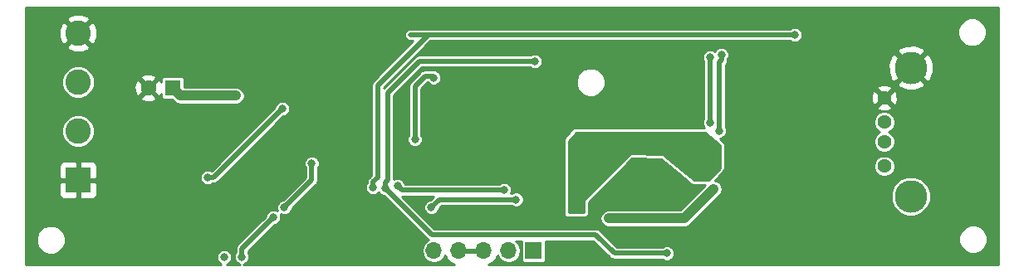
<source format=gbr>
G04 #@! TF.GenerationSoftware,KiCad,Pcbnew,(5.0.0)*
G04 #@! TF.CreationDate,2019-04-15T16:44:06+02:00*
G04 #@! TF.ProjectId,SolarPanelCharger,536F6C617250616E656C436861726765,rev?*
G04 #@! TF.SameCoordinates,Original*
G04 #@! TF.FileFunction,Copper,L2,Bot,Signal*
G04 #@! TF.FilePolarity,Positive*
%FSLAX46Y46*%
G04 Gerber Fmt 4.6, Leading zero omitted, Abs format (unit mm)*
G04 Created by KiCad (PCBNEW (5.0.0)) date 04/15/19 16:44:06*
%MOMM*%
%LPD*%
G01*
G04 APERTURE LIST*
G04 #@! TA.AperFunction,ComponentPad*
%ADD10R,1.600000X1.600000*%
G04 #@! TD*
G04 #@! TA.AperFunction,ComponentPad*
%ADD11C,1.600000*%
G04 #@! TD*
G04 #@! TA.AperFunction,ComponentPad*
%ADD12R,2.600000X2.600000*%
G04 #@! TD*
G04 #@! TA.AperFunction,ComponentPad*
%ADD13C,2.600000*%
G04 #@! TD*
G04 #@! TA.AperFunction,ComponentPad*
%ADD14O,1.700000X1.700000*%
G04 #@! TD*
G04 #@! TA.AperFunction,ComponentPad*
%ADD15R,1.700000X1.700000*%
G04 #@! TD*
G04 #@! TA.AperFunction,ComponentPad*
%ADD16C,3.316000*%
G04 #@! TD*
G04 #@! TA.AperFunction,ComponentPad*
%ADD17C,1.428000*%
G04 #@! TD*
G04 #@! TA.AperFunction,ViaPad*
%ADD18C,0.800000*%
G04 #@! TD*
G04 #@! TA.AperFunction,Conductor*
%ADD19C,1.000000*%
G04 #@! TD*
G04 #@! TA.AperFunction,Conductor*
%ADD20C,0.500000*%
G04 #@! TD*
G04 #@! TA.AperFunction,Conductor*
%ADD21C,0.254000*%
G04 #@! TD*
G04 APERTURE END LIST*
D10*
G04 #@! TO.P,C3,1*
G04 #@! TO.N,/Buck_5V0/BUCK_IN*
X35407600Y-28600400D03*
D11*
G04 #@! TO.P,C3,2*
G04 #@! TO.N,GND*
X32907600Y-28600400D03*
G04 #@! TD*
D12*
G04 #@! TO.P,J1,1*
G04 #@! TO.N,GND*
X25755600Y-37998400D03*
D13*
G04 #@! TO.P,J1,2*
G04 #@! TO.N,Net-(D4-Pad2)*
X25755600Y-32998400D03*
G04 #@! TO.P,J1,3*
G04 #@! TO.N,Net-(D3-Pad2)*
X25755600Y-27998400D03*
G04 #@! TO.P,J1,4*
G04 #@! TO.N,GND*
X25755600Y-22998400D03*
G04 #@! TD*
D14*
G04 #@! TO.P,J2,5*
G04 #@! TO.N,/BatteryCharger/temp*
X62026800Y-45212000D03*
G04 #@! TO.P,J2,4*
G04 #@! TO.N,GND*
X64566800Y-45212000D03*
G04 #@! TO.P,J2,3*
X67106800Y-45212000D03*
G04 #@! TO.P,J2,2*
G04 #@! TO.N,/BOOST_5V0/BOOST_IN*
X69646800Y-45212000D03*
D15*
G04 #@! TO.P,J2,1*
X72186800Y-45212000D03*
G04 #@! TD*
D16*
G04 #@! TO.P,J3,SHELL*
G04 #@! TO.N,N/C*
X110642400Y-39653500D03*
G04 #@! TO.P,J3,SHELL1*
G04 #@! TO.N,GND*
X110642400Y-26513500D03*
D17*
G04 #@! TO.P,J3,3*
G04 #@! TO.N,N/C*
X107932400Y-32083500D03*
G04 #@! TO.P,J3,2*
X107932400Y-34083500D03*
G04 #@! TO.P,J3,4*
G04 #@! TO.N,GND*
X107932400Y-29583500D03*
G04 #@! TO.P,J3,1*
G04 #@! TO.N,Net-(C12-Pad1)*
X107932400Y-36583500D03*
G04 #@! TD*
D18*
G04 #@! TO.N,*
X40640000Y-45872400D03*
G04 #@! TO.N,GND*
X49326800Y-41198800D03*
X49834800Y-40030400D03*
X46888400Y-33934400D03*
X46888400Y-35052000D03*
X46939200Y-36220400D03*
X45466000Y-25146000D03*
X46634400Y-25146000D03*
X47853600Y-25146000D03*
X49123600Y-25146000D03*
X50393600Y-25095200D03*
X41503600Y-39065200D03*
X41554400Y-37947600D03*
X44043600Y-45821600D03*
X45669200Y-45872400D03*
X47294800Y-45872400D03*
X38912800Y-45872400D03*
X58978800Y-44297600D03*
X58978800Y-45516800D03*
X88290400Y-42824400D03*
X89458800Y-42824400D03*
X70713600Y-42519600D03*
X72390000Y-42519600D03*
X74117200Y-42468800D03*
X75793600Y-42468800D03*
X81737200Y-37084000D03*
X81686400Y-38658800D03*
X65887600Y-32359600D03*
X65887600Y-33629600D03*
X65887600Y-34899600D03*
X66141600Y-41300400D03*
X67259200Y-41300400D03*
X66192400Y-42519600D03*
X64973200Y-42519600D03*
X63804800Y-42519600D03*
X54152800Y-30886400D03*
X54152800Y-29514800D03*
X54203600Y-28092400D03*
X54457600Y-38709600D03*
X60096400Y-35458400D03*
G04 #@! TO.N,/Buck_5V0/BUCK_IN*
X41833800Y-29387800D03*
G04 #@! TO.N,/BatteryCharger/VCC*
X70408800Y-39979600D03*
X61772800Y-40792400D03*
X60096400Y-33846400D03*
X61976000Y-27533600D03*
G04 #@! TO.N,/BOOST_5V0/BOOST_OUT*
X90068400Y-34544000D03*
X90017600Y-35610800D03*
X88798400Y-35610800D03*
X88849200Y-33528000D03*
X76504800Y-39319200D03*
X90068400Y-34544000D03*
X76454000Y-40436800D03*
G04 #@! TO.N,Net-(C10-Pad1)*
X91338400Y-25181228D03*
X91135200Y-32955600D03*
G04 #@! TO.N,Net-(C10-Pad2)*
X90170000Y-25450800D03*
X90170000Y-32105600D03*
X90170000Y-32105600D03*
G04 #@! TO.N,/_EN_BAT*
X55829200Y-38760400D03*
X98806000Y-23164800D03*
G04 #@! TO.N,/EN_BAT*
X57048400Y-38811200D03*
X72339200Y-25857200D03*
X85801200Y-45466000D03*
G04 #@! TO.N,Net-(R6-Pad2)*
X46786800Y-40792400D03*
X49580800Y-36271200D03*
G04 #@! TO.N,/Buck_5V0/EN*
X38963600Y-37720400D03*
X38963600Y-37720400D03*
X46583600Y-30683200D03*
G04 #@! TO.N,/LOGIC_SUPPLY*
X45669200Y-41808400D03*
X42442000Y-45821600D03*
G04 #@! TO.N,/BOOST_5V0/BOOST_IN*
X58318400Y-38557200D03*
X69189600Y-39014400D03*
X79857600Y-41910000D03*
X90525600Y-38912800D03*
G04 #@! TD*
D19*
G04 #@! TO.N,/Buck_5V0/BUCK_IN*
X36195000Y-29387800D02*
X35407600Y-28600400D01*
X41833800Y-29387800D02*
X36195000Y-29387800D01*
D20*
G04 #@! TO.N,/BatteryCharger/VCC*
X70408800Y-39979600D02*
X62585600Y-39979600D01*
X62585600Y-39979600D02*
X61772800Y-40792400D01*
X60096400Y-33846400D02*
X60096400Y-33280715D01*
X60096400Y-33280715D02*
X60096400Y-28397200D01*
X60096400Y-28397200D02*
X61112400Y-27381200D01*
X61112400Y-27381200D02*
X61823600Y-27381200D01*
X61823600Y-27381200D02*
X61976000Y-27533600D01*
G04 #@! TO.N,Net-(C10-Pad1)*
X91338400Y-25746913D02*
X91135200Y-25950113D01*
X91338400Y-25181228D02*
X91338400Y-25746913D01*
X91135200Y-25950113D02*
X91135200Y-32955600D01*
G04 #@! TO.N,Net-(C10-Pad2)*
X90170000Y-25450800D02*
X90170000Y-32105600D01*
G04 #@! TO.N,/_EN_BAT*
X55829200Y-38194715D02*
X56286400Y-37737515D01*
X55829200Y-38760400D02*
X55829200Y-38194715D01*
X56286400Y-37737515D02*
X56286400Y-31217238D01*
X56286400Y-31217238D02*
X56286400Y-28295600D01*
X56286400Y-28295600D02*
X61366400Y-23215600D01*
X59639200Y-23164800D02*
X98806000Y-23164800D01*
G04 #@! TO.N,/EN_BAT*
X57048400Y-38245515D02*
X57302400Y-37991515D01*
X57048400Y-38811200D02*
X57048400Y-38245515D01*
X57302400Y-37991515D02*
X57302400Y-29108400D01*
X57302400Y-29108400D02*
X60553600Y-25857200D01*
X60553600Y-25857200D02*
X72339200Y-25857200D01*
X57048400Y-38811200D02*
X61823600Y-43586400D01*
X61823600Y-43586400D02*
X78536800Y-43586400D01*
X78536800Y-43586400D02*
X80416400Y-45466000D01*
X80416400Y-45466000D02*
X85801200Y-45466000D01*
G04 #@! TO.N,Net-(R6-Pad2)*
X46786800Y-40792400D02*
X49580800Y-37998400D01*
X49580800Y-37998400D02*
X49580800Y-36271200D01*
G04 #@! TO.N,/Buck_5V0/EN*
X38963600Y-37720400D02*
X39546400Y-37720400D01*
X39546400Y-37720400D02*
X46583600Y-30683200D01*
G04 #@! TO.N,/LOGIC_SUPPLY*
X42442000Y-45035600D02*
X45669200Y-41808400D01*
X42442000Y-45821600D02*
X42442000Y-45035600D01*
G04 #@! TO.N,/BOOST_5V0/BOOST_IN*
X58318400Y-38557200D02*
X58775600Y-39014400D01*
X68623915Y-39014400D02*
X69189600Y-39014400D01*
X58775600Y-39014400D02*
X68623915Y-39014400D01*
D19*
X79857600Y-41910000D02*
X87528400Y-41910000D01*
X87528400Y-41910000D02*
X90525600Y-38912800D01*
G04 #@! TD*
D21*
G04 #@! TO.N,GND*
G36*
X119594001Y-46594000D02*
X67607287Y-46594000D01*
X67873724Y-46483645D01*
X68301983Y-46093358D01*
X68489045Y-45695037D01*
X68759299Y-46099501D01*
X69166488Y-46371576D01*
X69525561Y-46443000D01*
X69768039Y-46443000D01*
X70127112Y-46371576D01*
X70534301Y-46099501D01*
X70806376Y-45692312D01*
X70901916Y-45212000D01*
X70806376Y-44731688D01*
X70534301Y-44324499D01*
X70374016Y-44217400D01*
X70977099Y-44217400D01*
X70948336Y-44362000D01*
X70948336Y-46062000D01*
X70977906Y-46210659D01*
X71062114Y-46336686D01*
X71188141Y-46420894D01*
X71336800Y-46450464D01*
X73036800Y-46450464D01*
X73185459Y-46420894D01*
X73311486Y-46336686D01*
X73395694Y-46210659D01*
X73425264Y-46062000D01*
X73425264Y-44362000D01*
X73396501Y-44217400D01*
X78275432Y-44217400D01*
X79926267Y-45868235D01*
X79961474Y-45920926D01*
X80121350Y-46027751D01*
X80170196Y-46060389D01*
X80416400Y-46109362D01*
X80478548Y-46097000D01*
X85327699Y-46097000D01*
X85358799Y-46128100D01*
X85645849Y-46247000D01*
X85956551Y-46247000D01*
X86243601Y-46128100D01*
X86463300Y-45908401D01*
X86582200Y-45621351D01*
X86582200Y-45310649D01*
X86463300Y-45023599D01*
X86243601Y-44803900D01*
X85956551Y-44685000D01*
X85645849Y-44685000D01*
X85358799Y-44803900D01*
X85327699Y-44835000D01*
X80677768Y-44835000D01*
X79591779Y-43749011D01*
X115511400Y-43749011D01*
X115511400Y-44338189D01*
X115736868Y-44882519D01*
X116153481Y-45299132D01*
X116697811Y-45524600D01*
X117286989Y-45524600D01*
X117831319Y-45299132D01*
X118247932Y-44882519D01*
X118473400Y-44338189D01*
X118473400Y-43749011D01*
X118247932Y-43204681D01*
X117831319Y-42788068D01*
X117286989Y-42562600D01*
X116697811Y-42562600D01*
X116153481Y-42788068D01*
X115736868Y-43204681D01*
X115511400Y-43749011D01*
X79591779Y-43749011D01*
X79026933Y-43184165D01*
X78991726Y-43131474D01*
X78783004Y-42992011D01*
X78598948Y-42955400D01*
X78536800Y-42943038D01*
X78474652Y-42955400D01*
X62084968Y-42955400D01*
X58785384Y-39655816D01*
X58837746Y-39645400D01*
X62027432Y-39645400D01*
X61661432Y-40011400D01*
X61617449Y-40011400D01*
X61330399Y-40130300D01*
X61110700Y-40349999D01*
X60991800Y-40637049D01*
X60991800Y-40947751D01*
X61110700Y-41234801D01*
X61330399Y-41454500D01*
X61617449Y-41573400D01*
X61928151Y-41573400D01*
X62215201Y-41454500D01*
X62434900Y-41234801D01*
X62553800Y-40947751D01*
X62553800Y-40903768D01*
X62846968Y-40610600D01*
X69935299Y-40610600D01*
X69966399Y-40641700D01*
X70253449Y-40760600D01*
X70564151Y-40760600D01*
X70851201Y-40641700D01*
X71070900Y-40422001D01*
X71189800Y-40134951D01*
X71189800Y-39824249D01*
X71070900Y-39537199D01*
X70851201Y-39317500D01*
X70564151Y-39198600D01*
X70253449Y-39198600D01*
X69966399Y-39317500D01*
X69935299Y-39348600D01*
X69896518Y-39348600D01*
X69970600Y-39169751D01*
X69970600Y-38859049D01*
X69851700Y-38571999D01*
X69632001Y-38352300D01*
X69344951Y-38233400D01*
X69034249Y-38233400D01*
X68747199Y-38352300D01*
X68716099Y-38383400D01*
X59091758Y-38383400D01*
X58980500Y-38114799D01*
X58760801Y-37895100D01*
X58473751Y-37776200D01*
X58163049Y-37776200D01*
X57933400Y-37871324D01*
X57933400Y-33691049D01*
X59315400Y-33691049D01*
X59315400Y-34001751D01*
X59434300Y-34288801D01*
X59653999Y-34508500D01*
X59941049Y-34627400D01*
X60251751Y-34627400D01*
X60538801Y-34508500D01*
X60758500Y-34288801D01*
X60877400Y-34001751D01*
X60877400Y-33934400D01*
X75260200Y-33934400D01*
X75260200Y-41452800D01*
X75289202Y-41598602D01*
X75371792Y-41722208D01*
X75495398Y-41804798D01*
X75641200Y-41833800D01*
X77419200Y-41833800D01*
X77565002Y-41804798D01*
X77688608Y-41722208D01*
X77771198Y-41598602D01*
X77800200Y-41452800D01*
X77800200Y-40239016D01*
X82248103Y-35791113D01*
X85154872Y-35837252D01*
X86980635Y-37326691D01*
X88248544Y-38391734D01*
X88347798Y-38451998D01*
X88493600Y-38481000D01*
X89711478Y-38481000D01*
X87163479Y-41029000D01*
X79770833Y-41029000D01*
X79513851Y-41080117D01*
X79222435Y-41274835D01*
X79027717Y-41566251D01*
X78959341Y-41910000D01*
X79027717Y-42253749D01*
X79222435Y-42545165D01*
X79513851Y-42739883D01*
X79770833Y-42791000D01*
X87441637Y-42791000D01*
X87528400Y-42808258D01*
X87615163Y-42791000D01*
X87615167Y-42791000D01*
X87872149Y-42739883D01*
X88163565Y-42545165D01*
X88212717Y-42471604D01*
X91209914Y-39474408D01*
X91355483Y-39256549D01*
X91357199Y-39247918D01*
X108603400Y-39247918D01*
X108603400Y-40059082D01*
X108913820Y-40808501D01*
X109487399Y-41382080D01*
X110236818Y-41692500D01*
X111047982Y-41692500D01*
X111797401Y-41382080D01*
X112370980Y-40808501D01*
X112681400Y-40059082D01*
X112681400Y-39247918D01*
X112370980Y-38498499D01*
X111797401Y-37924920D01*
X111047982Y-37614500D01*
X110236818Y-37614500D01*
X109487399Y-37924920D01*
X108913820Y-38498499D01*
X108603400Y-39247918D01*
X91357199Y-39247918D01*
X91423859Y-38912800D01*
X91355483Y-38569052D01*
X91160765Y-38277635D01*
X90869348Y-38082917D01*
X90654060Y-38040093D01*
X91562449Y-37093855D01*
X91639598Y-36975802D01*
X91668600Y-36830000D01*
X91668600Y-36365691D01*
X106837400Y-36365691D01*
X106837400Y-36801309D01*
X107004104Y-37203767D01*
X107312133Y-37511796D01*
X107714591Y-37678500D01*
X108150209Y-37678500D01*
X108552667Y-37511796D01*
X108860696Y-37203767D01*
X109027400Y-36801309D01*
X109027400Y-36365691D01*
X108860696Y-35963233D01*
X108552667Y-35655204D01*
X108150209Y-35488500D01*
X107714591Y-35488500D01*
X107312133Y-35655204D01*
X107004104Y-35963233D01*
X106837400Y-36365691D01*
X91668600Y-36365691D01*
X91668600Y-34340800D01*
X91628316Y-34170289D01*
X91537129Y-34052882D01*
X91172188Y-33736600D01*
X91290551Y-33736600D01*
X91577601Y-33617700D01*
X91797300Y-33398001D01*
X91916200Y-33110951D01*
X91916200Y-32800249D01*
X91797300Y-32513199D01*
X91766200Y-32482099D01*
X91766200Y-31865691D01*
X106837400Y-31865691D01*
X106837400Y-32301309D01*
X107004104Y-32703767D01*
X107312133Y-33011796D01*
X107485241Y-33083500D01*
X107312133Y-33155204D01*
X107004104Y-33463233D01*
X106837400Y-33865691D01*
X106837400Y-34301309D01*
X107004104Y-34703767D01*
X107312133Y-35011796D01*
X107714591Y-35178500D01*
X108150209Y-35178500D01*
X108552667Y-35011796D01*
X108860696Y-34703767D01*
X109027400Y-34301309D01*
X109027400Y-33865691D01*
X108860696Y-33463233D01*
X108552667Y-33155204D01*
X108379559Y-33083500D01*
X108552667Y-33011796D01*
X108860696Y-32703767D01*
X109027400Y-32301309D01*
X109027400Y-31865691D01*
X108860696Y-31463233D01*
X108552667Y-31155204D01*
X108150209Y-30988500D01*
X107714591Y-30988500D01*
X107312133Y-31155204D01*
X107004104Y-31463233D01*
X106837400Y-31865691D01*
X91766200Y-31865691D01*
X91766200Y-30528924D01*
X107166581Y-30528924D01*
X107230143Y-30766140D01*
X107736176Y-30944859D01*
X108272083Y-30916323D01*
X108634657Y-30766140D01*
X108698219Y-30528924D01*
X107932400Y-29763105D01*
X107166581Y-30528924D01*
X91766200Y-30528924D01*
X91766200Y-29387276D01*
X106571041Y-29387276D01*
X106599577Y-29923183D01*
X106749760Y-30285757D01*
X106986976Y-30349319D01*
X107752795Y-29583500D01*
X108112005Y-29583500D01*
X108877824Y-30349319D01*
X109115040Y-30285757D01*
X109293759Y-29779724D01*
X109265223Y-29243817D01*
X109115040Y-28881243D01*
X108877824Y-28817681D01*
X108112005Y-29583500D01*
X107752795Y-29583500D01*
X106986976Y-28817681D01*
X106749760Y-28881243D01*
X106571041Y-29387276D01*
X91766200Y-29387276D01*
X91766200Y-28638076D01*
X107166581Y-28638076D01*
X107932400Y-29403895D01*
X108698219Y-28638076D01*
X108634657Y-28400860D01*
X108128624Y-28222141D01*
X107592717Y-28250677D01*
X107230143Y-28400860D01*
X107166581Y-28638076D01*
X91766200Y-28638076D01*
X91766200Y-28141591D01*
X109193914Y-28141591D01*
X109372977Y-28476776D01*
X110220919Y-28813117D01*
X111133028Y-28799363D01*
X111911823Y-28476776D01*
X112090886Y-28141591D01*
X110642400Y-26693105D01*
X109193914Y-28141591D01*
X91766200Y-28141591D01*
X91766200Y-26219964D01*
X91793326Y-26201839D01*
X91866705Y-26092019D01*
X108342783Y-26092019D01*
X108356537Y-27004128D01*
X108679124Y-27782923D01*
X109014309Y-27961986D01*
X110462795Y-26513500D01*
X110822005Y-26513500D01*
X112270491Y-27961986D01*
X112605676Y-27782923D01*
X112942017Y-26934981D01*
X112928263Y-26022872D01*
X112605676Y-25244077D01*
X112270491Y-25065014D01*
X110822005Y-26513500D01*
X110462795Y-26513500D01*
X109014309Y-25065014D01*
X108679124Y-25244077D01*
X108342783Y-26092019D01*
X91866705Y-26092019D01*
X91932789Y-25993117D01*
X91969400Y-25809061D01*
X91969400Y-25809060D01*
X91981762Y-25746914D01*
X91969400Y-25684767D01*
X91969400Y-25654729D01*
X92000500Y-25623629D01*
X92119400Y-25336579D01*
X92119400Y-25025877D01*
X92061217Y-24885409D01*
X109193914Y-24885409D01*
X110642400Y-26333895D01*
X112090886Y-24885409D01*
X111911823Y-24550224D01*
X111063881Y-24213883D01*
X110151772Y-24227637D01*
X109372977Y-24550224D01*
X109193914Y-24885409D01*
X92061217Y-24885409D01*
X92000500Y-24738827D01*
X91780801Y-24519128D01*
X91493751Y-24400228D01*
X91183049Y-24400228D01*
X90895999Y-24519128D01*
X90676300Y-24738827D01*
X90642977Y-24819276D01*
X90612401Y-24788700D01*
X90325351Y-24669800D01*
X90014649Y-24669800D01*
X89727599Y-24788700D01*
X89507900Y-25008399D01*
X89389000Y-25295449D01*
X89389000Y-25606151D01*
X89507900Y-25893201D01*
X89539000Y-25924301D01*
X89539001Y-31632098D01*
X89507900Y-31663199D01*
X89389000Y-31950249D01*
X89389000Y-32260951D01*
X89507900Y-32548001D01*
X89598899Y-32639000D01*
X76454000Y-32639000D01*
X76287779Y-32677171D01*
X76169237Y-32766877D01*
X75356437Y-33681277D01*
X75289202Y-33788598D01*
X75260200Y-33934400D01*
X60877400Y-33934400D01*
X60877400Y-33691049D01*
X60758500Y-33403999D01*
X60727400Y-33372899D01*
X60727400Y-28658568D01*
X61361934Y-28024035D01*
X61533599Y-28195700D01*
X61820649Y-28314600D01*
X62131351Y-28314600D01*
X62418401Y-28195700D01*
X62638100Y-27976001D01*
X62750182Y-27705411D01*
X76519000Y-27705411D01*
X76519000Y-28294589D01*
X76744468Y-28838919D01*
X77161081Y-29255532D01*
X77705411Y-29481000D01*
X78294589Y-29481000D01*
X78838919Y-29255532D01*
X79255532Y-28838919D01*
X79481000Y-28294589D01*
X79481000Y-27705411D01*
X79255532Y-27161081D01*
X78838919Y-26744468D01*
X78294589Y-26519000D01*
X77705411Y-26519000D01*
X77161081Y-26744468D01*
X76744468Y-27161081D01*
X76519000Y-27705411D01*
X62750182Y-27705411D01*
X62757000Y-27688951D01*
X62757000Y-27378249D01*
X62638100Y-27091199D01*
X62418401Y-26871500D01*
X62131351Y-26752600D01*
X61897814Y-26752600D01*
X61885748Y-26750200D01*
X61823600Y-26737838D01*
X61761452Y-26750200D01*
X61174548Y-26750200D01*
X61112400Y-26737838D01*
X61050252Y-26750200D01*
X60866196Y-26786811D01*
X60657474Y-26926274D01*
X60622269Y-26978962D01*
X59694162Y-27907070D01*
X59641475Y-27942274D01*
X59606271Y-27994961D01*
X59502011Y-28150997D01*
X59453038Y-28397200D01*
X59465401Y-28459353D01*
X59465400Y-33218567D01*
X59465400Y-33372899D01*
X59434300Y-33403999D01*
X59315400Y-33691049D01*
X57933400Y-33691049D01*
X57933400Y-29369768D01*
X60814969Y-26488200D01*
X71865699Y-26488200D01*
X71896799Y-26519300D01*
X72183849Y-26638200D01*
X72494551Y-26638200D01*
X72781601Y-26519300D01*
X73001300Y-26299601D01*
X73120200Y-26012551D01*
X73120200Y-25701849D01*
X73001300Y-25414799D01*
X72781601Y-25195100D01*
X72494551Y-25076200D01*
X72183849Y-25076200D01*
X71896799Y-25195100D01*
X71865699Y-25226200D01*
X60615746Y-25226200D01*
X60553599Y-25213838D01*
X60491452Y-25226200D01*
X60307396Y-25262811D01*
X60098674Y-25402274D01*
X60063469Y-25454962D01*
X56917400Y-28601032D01*
X56917400Y-28556968D01*
X61678569Y-23795800D01*
X98332499Y-23795800D01*
X98363599Y-23826900D01*
X98650649Y-23945800D01*
X98961351Y-23945800D01*
X99248401Y-23826900D01*
X99468100Y-23607201D01*
X99587000Y-23320151D01*
X99587000Y-23009449D01*
X99468100Y-22722399D01*
X99361912Y-22616211D01*
X115409800Y-22616211D01*
X115409800Y-23205389D01*
X115635268Y-23749719D01*
X116051881Y-24166332D01*
X116596211Y-24391800D01*
X117185389Y-24391800D01*
X117729719Y-24166332D01*
X118146332Y-23749719D01*
X118371800Y-23205389D01*
X118371800Y-22616211D01*
X118146332Y-22071881D01*
X117729719Y-21655268D01*
X117185389Y-21429800D01*
X116596211Y-21429800D01*
X116051881Y-21655268D01*
X115635268Y-22071881D01*
X115409800Y-22616211D01*
X99361912Y-22616211D01*
X99248401Y-22502700D01*
X98961351Y-22383800D01*
X98650649Y-22383800D01*
X98363599Y-22502700D01*
X98332499Y-22533800D01*
X59577052Y-22533800D01*
X59392996Y-22570411D01*
X59184274Y-22709874D01*
X59044811Y-22918596D01*
X58995838Y-23164800D01*
X59044811Y-23411004D01*
X59184274Y-23619726D01*
X59392996Y-23759189D01*
X59577052Y-23795800D01*
X59893831Y-23795800D01*
X55884162Y-27805469D01*
X55831475Y-27840674D01*
X55796271Y-27893361D01*
X55692011Y-28049397D01*
X55643038Y-28295600D01*
X55655401Y-28357753D01*
X55655400Y-31279385D01*
X55655401Y-31279390D01*
X55655400Y-37476146D01*
X55426962Y-37704585D01*
X55374275Y-37739789D01*
X55234811Y-37948511D01*
X55201734Y-38114799D01*
X55185838Y-38194715D01*
X55198200Y-38256863D01*
X55198200Y-38286899D01*
X55167100Y-38317999D01*
X55048200Y-38605049D01*
X55048200Y-38915751D01*
X55167100Y-39202801D01*
X55386799Y-39422500D01*
X55673849Y-39541400D01*
X55984551Y-39541400D01*
X56271601Y-39422500D01*
X56413400Y-39280701D01*
X56605999Y-39473300D01*
X56893049Y-39592200D01*
X56937032Y-39592200D01*
X61333467Y-43988635D01*
X61368674Y-44041326D01*
X61465886Y-44106281D01*
X61139299Y-44324499D01*
X60867224Y-44731688D01*
X60771684Y-45212000D01*
X60867224Y-45692312D01*
X61139299Y-46099501D01*
X61546488Y-46371576D01*
X61905561Y-46443000D01*
X62148039Y-46443000D01*
X62507112Y-46371576D01*
X62914301Y-46099501D01*
X63184555Y-45695037D01*
X63371617Y-46093358D01*
X63799876Y-46483645D01*
X64066313Y-46594000D01*
X42618113Y-46594000D01*
X42884401Y-46483700D01*
X43104100Y-46264001D01*
X43223000Y-45976951D01*
X43223000Y-45666249D01*
X43104100Y-45379199D01*
X43073000Y-45348099D01*
X43073000Y-45296968D01*
X45780569Y-42589400D01*
X45824551Y-42589400D01*
X46111601Y-42470500D01*
X46331300Y-42250801D01*
X46450200Y-41963751D01*
X46450200Y-41653049D01*
X46372838Y-41466280D01*
X46631449Y-41573400D01*
X46942151Y-41573400D01*
X47229201Y-41454500D01*
X47448900Y-41234801D01*
X47567800Y-40947751D01*
X47567800Y-40903768D01*
X49983036Y-38488532D01*
X50035726Y-38453326D01*
X50175189Y-38244604D01*
X50211800Y-38060548D01*
X50211800Y-38060547D01*
X50224162Y-37998400D01*
X50211800Y-37936252D01*
X50211800Y-36744701D01*
X50242900Y-36713601D01*
X50361800Y-36426551D01*
X50361800Y-36115849D01*
X50242900Y-35828799D01*
X50023201Y-35609100D01*
X49736151Y-35490200D01*
X49425449Y-35490200D01*
X49138399Y-35609100D01*
X48918700Y-35828799D01*
X48799800Y-36115849D01*
X48799800Y-36426551D01*
X48918700Y-36713601D01*
X48949801Y-36744702D01*
X48949800Y-37737032D01*
X46675432Y-40011400D01*
X46631449Y-40011400D01*
X46344399Y-40130300D01*
X46124700Y-40349999D01*
X46005800Y-40637049D01*
X46005800Y-40947751D01*
X46083162Y-41134520D01*
X45824551Y-41027400D01*
X45513849Y-41027400D01*
X45226799Y-41146300D01*
X45007100Y-41365999D01*
X44888200Y-41653049D01*
X44888200Y-41697031D01*
X42039762Y-44545470D01*
X41987075Y-44580674D01*
X41951871Y-44633361D01*
X41847611Y-44789397D01*
X41798638Y-45035600D01*
X41811000Y-45097748D01*
X41811000Y-45348099D01*
X41779900Y-45379199D01*
X41661000Y-45666249D01*
X41661000Y-45976951D01*
X41779900Y-46264001D01*
X41999599Y-46483700D01*
X42265887Y-46594000D01*
X40938755Y-46594000D01*
X41082401Y-46534500D01*
X41302100Y-46314801D01*
X41421000Y-46027751D01*
X41421000Y-45717049D01*
X41302100Y-45429999D01*
X41082401Y-45210300D01*
X40795351Y-45091400D01*
X40484649Y-45091400D01*
X40197599Y-45210300D01*
X39977900Y-45429999D01*
X39859000Y-45717049D01*
X39859000Y-46027751D01*
X39977900Y-46314801D01*
X40197599Y-46534500D01*
X40341245Y-46594000D01*
X20406000Y-46594000D01*
X20406000Y-43799811D01*
X21480600Y-43799811D01*
X21480600Y-44388989D01*
X21706068Y-44933319D01*
X22122681Y-45349932D01*
X22667011Y-45575400D01*
X23256189Y-45575400D01*
X23800519Y-45349932D01*
X24217132Y-44933319D01*
X24442600Y-44388989D01*
X24442600Y-43799811D01*
X24217132Y-43255481D01*
X23800519Y-42838868D01*
X23256189Y-42613400D01*
X22667011Y-42613400D01*
X22122681Y-42838868D01*
X21706068Y-43255481D01*
X21480600Y-43799811D01*
X20406000Y-43799811D01*
X20406000Y-38284150D01*
X23820600Y-38284150D01*
X23820600Y-39424709D01*
X23917273Y-39658098D01*
X24095901Y-39836727D01*
X24329290Y-39933400D01*
X25469850Y-39933400D01*
X25628600Y-39774650D01*
X25628600Y-38125400D01*
X25882600Y-38125400D01*
X25882600Y-39774650D01*
X26041350Y-39933400D01*
X27181910Y-39933400D01*
X27415299Y-39836727D01*
X27593927Y-39658098D01*
X27690600Y-39424709D01*
X27690600Y-38284150D01*
X27531850Y-38125400D01*
X25882600Y-38125400D01*
X25628600Y-38125400D01*
X23979350Y-38125400D01*
X23820600Y-38284150D01*
X20406000Y-38284150D01*
X20406000Y-36572091D01*
X23820600Y-36572091D01*
X23820600Y-37712650D01*
X23979350Y-37871400D01*
X25628600Y-37871400D01*
X25628600Y-36222150D01*
X25882600Y-36222150D01*
X25882600Y-37871400D01*
X27531850Y-37871400D01*
X27690600Y-37712650D01*
X27690600Y-37565049D01*
X38182600Y-37565049D01*
X38182600Y-37875751D01*
X38301500Y-38162801D01*
X38521199Y-38382500D01*
X38808249Y-38501400D01*
X39118951Y-38501400D01*
X39406001Y-38382500D01*
X39437101Y-38351400D01*
X39484252Y-38351400D01*
X39546400Y-38363762D01*
X39608548Y-38351400D01*
X39792604Y-38314789D01*
X40001326Y-38175326D01*
X40036533Y-38122635D01*
X46694968Y-31464200D01*
X46738951Y-31464200D01*
X47026001Y-31345300D01*
X47245700Y-31125601D01*
X47364600Y-30838551D01*
X47364600Y-30527849D01*
X47245700Y-30240799D01*
X47026001Y-30021100D01*
X46738951Y-29902200D01*
X46428249Y-29902200D01*
X46141199Y-30021100D01*
X45921500Y-30240799D01*
X45802600Y-30527849D01*
X45802600Y-30571832D01*
X39342454Y-37031978D01*
X39118951Y-36939400D01*
X38808249Y-36939400D01*
X38521199Y-37058300D01*
X38301500Y-37277999D01*
X38182600Y-37565049D01*
X27690600Y-37565049D01*
X27690600Y-36572091D01*
X27593927Y-36338702D01*
X27415299Y-36160073D01*
X27181910Y-36063400D01*
X26041350Y-36063400D01*
X25882600Y-36222150D01*
X25628600Y-36222150D01*
X25469850Y-36063400D01*
X24329290Y-36063400D01*
X24095901Y-36160073D01*
X23917273Y-36338702D01*
X23820600Y-36572091D01*
X20406000Y-36572091D01*
X20406000Y-32664028D01*
X24074600Y-32664028D01*
X24074600Y-33332772D01*
X24330517Y-33950610D01*
X24803390Y-34423483D01*
X25421228Y-34679400D01*
X26089972Y-34679400D01*
X26707810Y-34423483D01*
X27180683Y-33950610D01*
X27436600Y-33332772D01*
X27436600Y-32664028D01*
X27180683Y-32046190D01*
X26707810Y-31573317D01*
X26089972Y-31317400D01*
X25421228Y-31317400D01*
X24803390Y-31573317D01*
X24330517Y-32046190D01*
X24074600Y-32664028D01*
X20406000Y-32664028D01*
X20406000Y-27664028D01*
X24074600Y-27664028D01*
X24074600Y-28332772D01*
X24330517Y-28950610D01*
X24803390Y-29423483D01*
X25421228Y-29679400D01*
X26089972Y-29679400D01*
X26261996Y-29608145D01*
X32079461Y-29608145D01*
X32153595Y-29854264D01*
X32690823Y-30047365D01*
X33261054Y-30020178D01*
X33661605Y-29854264D01*
X33735739Y-29608145D01*
X32907600Y-28780005D01*
X32079461Y-29608145D01*
X26261996Y-29608145D01*
X26707810Y-29423483D01*
X27180683Y-28950610D01*
X27415536Y-28383623D01*
X31460635Y-28383623D01*
X31487822Y-28953854D01*
X31653736Y-29354405D01*
X31899855Y-29428539D01*
X32727995Y-28600400D01*
X33087205Y-28600400D01*
X33915345Y-29428539D01*
X34161464Y-29354405D01*
X34219136Y-29193955D01*
X34219136Y-29400400D01*
X34248706Y-29549059D01*
X34332914Y-29675086D01*
X34458941Y-29759294D01*
X34607600Y-29788864D01*
X35350142Y-29788864D01*
X35510685Y-29949407D01*
X35559835Y-30022965D01*
X35851251Y-30217683D01*
X35904501Y-30228275D01*
X36195000Y-30286059D01*
X36281767Y-30268800D01*
X41920567Y-30268800D01*
X42177549Y-30217683D01*
X42468965Y-30022965D01*
X42663683Y-29731549D01*
X42732059Y-29387800D01*
X42663683Y-29044051D01*
X42468965Y-28752635D01*
X42177549Y-28557917D01*
X41920567Y-28506800D01*
X36596064Y-28506800D01*
X36596064Y-27800400D01*
X36566494Y-27651741D01*
X36482286Y-27525714D01*
X36356259Y-27441506D01*
X36207600Y-27411936D01*
X34607600Y-27411936D01*
X34458941Y-27441506D01*
X34332914Y-27525714D01*
X34248706Y-27651741D01*
X34219136Y-27800400D01*
X34219136Y-27985627D01*
X34161464Y-27846395D01*
X33915345Y-27772261D01*
X33087205Y-28600400D01*
X32727995Y-28600400D01*
X31899855Y-27772261D01*
X31653736Y-27846395D01*
X31460635Y-28383623D01*
X27415536Y-28383623D01*
X27436600Y-28332772D01*
X27436600Y-27664028D01*
X27407037Y-27592655D01*
X32079461Y-27592655D01*
X32907600Y-28420795D01*
X33735739Y-27592655D01*
X33661605Y-27346536D01*
X33124377Y-27153435D01*
X32554146Y-27180622D01*
X32153595Y-27346536D01*
X32079461Y-27592655D01*
X27407037Y-27592655D01*
X27180683Y-27046190D01*
X26707810Y-26573317D01*
X26089972Y-26317400D01*
X25421228Y-26317400D01*
X24803390Y-26573317D01*
X24330517Y-27046190D01*
X24074600Y-27664028D01*
X20406000Y-27664028D01*
X20406000Y-24367859D01*
X24565746Y-24367859D01*
X24701104Y-24665855D01*
X25419480Y-24942466D01*
X26189027Y-24923110D01*
X26810096Y-24665855D01*
X26945454Y-24367859D01*
X25755600Y-23178005D01*
X24565746Y-24367859D01*
X20406000Y-24367859D01*
X20406000Y-22662280D01*
X23811534Y-22662280D01*
X23830890Y-23431827D01*
X24088145Y-24052896D01*
X24386141Y-24188254D01*
X25575995Y-22998400D01*
X25935205Y-22998400D01*
X27125059Y-24188254D01*
X27423055Y-24052896D01*
X27699666Y-23334520D01*
X27680310Y-22564973D01*
X27423055Y-21943904D01*
X27125059Y-21808546D01*
X25935205Y-22998400D01*
X25575995Y-22998400D01*
X24386141Y-21808546D01*
X24088145Y-21943904D01*
X23811534Y-22662280D01*
X20406000Y-22662280D01*
X20406000Y-21628941D01*
X24565746Y-21628941D01*
X25755600Y-22818795D01*
X26945454Y-21628941D01*
X26810096Y-21330945D01*
X26091720Y-21054334D01*
X25322173Y-21073690D01*
X24701104Y-21330945D01*
X24565746Y-21628941D01*
X20406000Y-21628941D01*
X20406000Y-20406000D01*
X119594000Y-20406000D01*
X119594001Y-46594000D01*
X119594001Y-46594000D01*
G37*
X119594001Y-46594000D02*
X67607287Y-46594000D01*
X67873724Y-46483645D01*
X68301983Y-46093358D01*
X68489045Y-45695037D01*
X68759299Y-46099501D01*
X69166488Y-46371576D01*
X69525561Y-46443000D01*
X69768039Y-46443000D01*
X70127112Y-46371576D01*
X70534301Y-46099501D01*
X70806376Y-45692312D01*
X70901916Y-45212000D01*
X70806376Y-44731688D01*
X70534301Y-44324499D01*
X70374016Y-44217400D01*
X70977099Y-44217400D01*
X70948336Y-44362000D01*
X70948336Y-46062000D01*
X70977906Y-46210659D01*
X71062114Y-46336686D01*
X71188141Y-46420894D01*
X71336800Y-46450464D01*
X73036800Y-46450464D01*
X73185459Y-46420894D01*
X73311486Y-46336686D01*
X73395694Y-46210659D01*
X73425264Y-46062000D01*
X73425264Y-44362000D01*
X73396501Y-44217400D01*
X78275432Y-44217400D01*
X79926267Y-45868235D01*
X79961474Y-45920926D01*
X80121350Y-46027751D01*
X80170196Y-46060389D01*
X80416400Y-46109362D01*
X80478548Y-46097000D01*
X85327699Y-46097000D01*
X85358799Y-46128100D01*
X85645849Y-46247000D01*
X85956551Y-46247000D01*
X86243601Y-46128100D01*
X86463300Y-45908401D01*
X86582200Y-45621351D01*
X86582200Y-45310649D01*
X86463300Y-45023599D01*
X86243601Y-44803900D01*
X85956551Y-44685000D01*
X85645849Y-44685000D01*
X85358799Y-44803900D01*
X85327699Y-44835000D01*
X80677768Y-44835000D01*
X79591779Y-43749011D01*
X115511400Y-43749011D01*
X115511400Y-44338189D01*
X115736868Y-44882519D01*
X116153481Y-45299132D01*
X116697811Y-45524600D01*
X117286989Y-45524600D01*
X117831319Y-45299132D01*
X118247932Y-44882519D01*
X118473400Y-44338189D01*
X118473400Y-43749011D01*
X118247932Y-43204681D01*
X117831319Y-42788068D01*
X117286989Y-42562600D01*
X116697811Y-42562600D01*
X116153481Y-42788068D01*
X115736868Y-43204681D01*
X115511400Y-43749011D01*
X79591779Y-43749011D01*
X79026933Y-43184165D01*
X78991726Y-43131474D01*
X78783004Y-42992011D01*
X78598948Y-42955400D01*
X78536800Y-42943038D01*
X78474652Y-42955400D01*
X62084968Y-42955400D01*
X58785384Y-39655816D01*
X58837746Y-39645400D01*
X62027432Y-39645400D01*
X61661432Y-40011400D01*
X61617449Y-40011400D01*
X61330399Y-40130300D01*
X61110700Y-40349999D01*
X60991800Y-40637049D01*
X60991800Y-40947751D01*
X61110700Y-41234801D01*
X61330399Y-41454500D01*
X61617449Y-41573400D01*
X61928151Y-41573400D01*
X62215201Y-41454500D01*
X62434900Y-41234801D01*
X62553800Y-40947751D01*
X62553800Y-40903768D01*
X62846968Y-40610600D01*
X69935299Y-40610600D01*
X69966399Y-40641700D01*
X70253449Y-40760600D01*
X70564151Y-40760600D01*
X70851201Y-40641700D01*
X71070900Y-40422001D01*
X71189800Y-40134951D01*
X71189800Y-39824249D01*
X71070900Y-39537199D01*
X70851201Y-39317500D01*
X70564151Y-39198600D01*
X70253449Y-39198600D01*
X69966399Y-39317500D01*
X69935299Y-39348600D01*
X69896518Y-39348600D01*
X69970600Y-39169751D01*
X69970600Y-38859049D01*
X69851700Y-38571999D01*
X69632001Y-38352300D01*
X69344951Y-38233400D01*
X69034249Y-38233400D01*
X68747199Y-38352300D01*
X68716099Y-38383400D01*
X59091758Y-38383400D01*
X58980500Y-38114799D01*
X58760801Y-37895100D01*
X58473751Y-37776200D01*
X58163049Y-37776200D01*
X57933400Y-37871324D01*
X57933400Y-33691049D01*
X59315400Y-33691049D01*
X59315400Y-34001751D01*
X59434300Y-34288801D01*
X59653999Y-34508500D01*
X59941049Y-34627400D01*
X60251751Y-34627400D01*
X60538801Y-34508500D01*
X60758500Y-34288801D01*
X60877400Y-34001751D01*
X60877400Y-33934400D01*
X75260200Y-33934400D01*
X75260200Y-41452800D01*
X75289202Y-41598602D01*
X75371792Y-41722208D01*
X75495398Y-41804798D01*
X75641200Y-41833800D01*
X77419200Y-41833800D01*
X77565002Y-41804798D01*
X77688608Y-41722208D01*
X77771198Y-41598602D01*
X77800200Y-41452800D01*
X77800200Y-40239016D01*
X82248103Y-35791113D01*
X85154872Y-35837252D01*
X86980635Y-37326691D01*
X88248544Y-38391734D01*
X88347798Y-38451998D01*
X88493600Y-38481000D01*
X89711478Y-38481000D01*
X87163479Y-41029000D01*
X79770833Y-41029000D01*
X79513851Y-41080117D01*
X79222435Y-41274835D01*
X79027717Y-41566251D01*
X78959341Y-41910000D01*
X79027717Y-42253749D01*
X79222435Y-42545165D01*
X79513851Y-42739883D01*
X79770833Y-42791000D01*
X87441637Y-42791000D01*
X87528400Y-42808258D01*
X87615163Y-42791000D01*
X87615167Y-42791000D01*
X87872149Y-42739883D01*
X88163565Y-42545165D01*
X88212717Y-42471604D01*
X91209914Y-39474408D01*
X91355483Y-39256549D01*
X91357199Y-39247918D01*
X108603400Y-39247918D01*
X108603400Y-40059082D01*
X108913820Y-40808501D01*
X109487399Y-41382080D01*
X110236818Y-41692500D01*
X111047982Y-41692500D01*
X111797401Y-41382080D01*
X112370980Y-40808501D01*
X112681400Y-40059082D01*
X112681400Y-39247918D01*
X112370980Y-38498499D01*
X111797401Y-37924920D01*
X111047982Y-37614500D01*
X110236818Y-37614500D01*
X109487399Y-37924920D01*
X108913820Y-38498499D01*
X108603400Y-39247918D01*
X91357199Y-39247918D01*
X91423859Y-38912800D01*
X91355483Y-38569052D01*
X91160765Y-38277635D01*
X90869348Y-38082917D01*
X90654060Y-38040093D01*
X91562449Y-37093855D01*
X91639598Y-36975802D01*
X91668600Y-36830000D01*
X91668600Y-36365691D01*
X106837400Y-36365691D01*
X106837400Y-36801309D01*
X107004104Y-37203767D01*
X107312133Y-37511796D01*
X107714591Y-37678500D01*
X108150209Y-37678500D01*
X108552667Y-37511796D01*
X108860696Y-37203767D01*
X109027400Y-36801309D01*
X109027400Y-36365691D01*
X108860696Y-35963233D01*
X108552667Y-35655204D01*
X108150209Y-35488500D01*
X107714591Y-35488500D01*
X107312133Y-35655204D01*
X107004104Y-35963233D01*
X106837400Y-36365691D01*
X91668600Y-36365691D01*
X91668600Y-34340800D01*
X91628316Y-34170289D01*
X91537129Y-34052882D01*
X91172188Y-33736600D01*
X91290551Y-33736600D01*
X91577601Y-33617700D01*
X91797300Y-33398001D01*
X91916200Y-33110951D01*
X91916200Y-32800249D01*
X91797300Y-32513199D01*
X91766200Y-32482099D01*
X91766200Y-31865691D01*
X106837400Y-31865691D01*
X106837400Y-32301309D01*
X107004104Y-32703767D01*
X107312133Y-33011796D01*
X107485241Y-33083500D01*
X107312133Y-33155204D01*
X107004104Y-33463233D01*
X106837400Y-33865691D01*
X106837400Y-34301309D01*
X107004104Y-34703767D01*
X107312133Y-35011796D01*
X107714591Y-35178500D01*
X108150209Y-35178500D01*
X108552667Y-35011796D01*
X108860696Y-34703767D01*
X109027400Y-34301309D01*
X109027400Y-33865691D01*
X108860696Y-33463233D01*
X108552667Y-33155204D01*
X108379559Y-33083500D01*
X108552667Y-33011796D01*
X108860696Y-32703767D01*
X109027400Y-32301309D01*
X109027400Y-31865691D01*
X108860696Y-31463233D01*
X108552667Y-31155204D01*
X108150209Y-30988500D01*
X107714591Y-30988500D01*
X107312133Y-31155204D01*
X107004104Y-31463233D01*
X106837400Y-31865691D01*
X91766200Y-31865691D01*
X91766200Y-30528924D01*
X107166581Y-30528924D01*
X107230143Y-30766140D01*
X107736176Y-30944859D01*
X108272083Y-30916323D01*
X108634657Y-30766140D01*
X108698219Y-30528924D01*
X107932400Y-29763105D01*
X107166581Y-30528924D01*
X91766200Y-30528924D01*
X91766200Y-29387276D01*
X106571041Y-29387276D01*
X106599577Y-29923183D01*
X106749760Y-30285757D01*
X106986976Y-30349319D01*
X107752795Y-29583500D01*
X108112005Y-29583500D01*
X108877824Y-30349319D01*
X109115040Y-30285757D01*
X109293759Y-29779724D01*
X109265223Y-29243817D01*
X109115040Y-28881243D01*
X108877824Y-28817681D01*
X108112005Y-29583500D01*
X107752795Y-29583500D01*
X106986976Y-28817681D01*
X106749760Y-28881243D01*
X106571041Y-29387276D01*
X91766200Y-29387276D01*
X91766200Y-28638076D01*
X107166581Y-28638076D01*
X107932400Y-29403895D01*
X108698219Y-28638076D01*
X108634657Y-28400860D01*
X108128624Y-28222141D01*
X107592717Y-28250677D01*
X107230143Y-28400860D01*
X107166581Y-28638076D01*
X91766200Y-28638076D01*
X91766200Y-28141591D01*
X109193914Y-28141591D01*
X109372977Y-28476776D01*
X110220919Y-28813117D01*
X111133028Y-28799363D01*
X111911823Y-28476776D01*
X112090886Y-28141591D01*
X110642400Y-26693105D01*
X109193914Y-28141591D01*
X91766200Y-28141591D01*
X91766200Y-26219964D01*
X91793326Y-26201839D01*
X91866705Y-26092019D01*
X108342783Y-26092019D01*
X108356537Y-27004128D01*
X108679124Y-27782923D01*
X109014309Y-27961986D01*
X110462795Y-26513500D01*
X110822005Y-26513500D01*
X112270491Y-27961986D01*
X112605676Y-27782923D01*
X112942017Y-26934981D01*
X112928263Y-26022872D01*
X112605676Y-25244077D01*
X112270491Y-25065014D01*
X110822005Y-26513500D01*
X110462795Y-26513500D01*
X109014309Y-25065014D01*
X108679124Y-25244077D01*
X108342783Y-26092019D01*
X91866705Y-26092019D01*
X91932789Y-25993117D01*
X91969400Y-25809061D01*
X91969400Y-25809060D01*
X91981762Y-25746914D01*
X91969400Y-25684767D01*
X91969400Y-25654729D01*
X92000500Y-25623629D01*
X92119400Y-25336579D01*
X92119400Y-25025877D01*
X92061217Y-24885409D01*
X109193914Y-24885409D01*
X110642400Y-26333895D01*
X112090886Y-24885409D01*
X111911823Y-24550224D01*
X111063881Y-24213883D01*
X110151772Y-24227637D01*
X109372977Y-24550224D01*
X109193914Y-24885409D01*
X92061217Y-24885409D01*
X92000500Y-24738827D01*
X91780801Y-24519128D01*
X91493751Y-24400228D01*
X91183049Y-24400228D01*
X90895999Y-24519128D01*
X90676300Y-24738827D01*
X90642977Y-24819276D01*
X90612401Y-24788700D01*
X90325351Y-24669800D01*
X90014649Y-24669800D01*
X89727599Y-24788700D01*
X89507900Y-25008399D01*
X89389000Y-25295449D01*
X89389000Y-25606151D01*
X89507900Y-25893201D01*
X89539000Y-25924301D01*
X89539001Y-31632098D01*
X89507900Y-31663199D01*
X89389000Y-31950249D01*
X89389000Y-32260951D01*
X89507900Y-32548001D01*
X89598899Y-32639000D01*
X76454000Y-32639000D01*
X76287779Y-32677171D01*
X76169237Y-32766877D01*
X75356437Y-33681277D01*
X75289202Y-33788598D01*
X75260200Y-33934400D01*
X60877400Y-33934400D01*
X60877400Y-33691049D01*
X60758500Y-33403999D01*
X60727400Y-33372899D01*
X60727400Y-28658568D01*
X61361934Y-28024035D01*
X61533599Y-28195700D01*
X61820649Y-28314600D01*
X62131351Y-28314600D01*
X62418401Y-28195700D01*
X62638100Y-27976001D01*
X62750182Y-27705411D01*
X76519000Y-27705411D01*
X76519000Y-28294589D01*
X76744468Y-28838919D01*
X77161081Y-29255532D01*
X77705411Y-29481000D01*
X78294589Y-29481000D01*
X78838919Y-29255532D01*
X79255532Y-28838919D01*
X79481000Y-28294589D01*
X79481000Y-27705411D01*
X79255532Y-27161081D01*
X78838919Y-26744468D01*
X78294589Y-26519000D01*
X77705411Y-26519000D01*
X77161081Y-26744468D01*
X76744468Y-27161081D01*
X76519000Y-27705411D01*
X62750182Y-27705411D01*
X62757000Y-27688951D01*
X62757000Y-27378249D01*
X62638100Y-27091199D01*
X62418401Y-26871500D01*
X62131351Y-26752600D01*
X61897814Y-26752600D01*
X61885748Y-26750200D01*
X61823600Y-26737838D01*
X61761452Y-26750200D01*
X61174548Y-26750200D01*
X61112400Y-26737838D01*
X61050252Y-26750200D01*
X60866196Y-26786811D01*
X60657474Y-26926274D01*
X60622269Y-26978962D01*
X59694162Y-27907070D01*
X59641475Y-27942274D01*
X59606271Y-27994961D01*
X59502011Y-28150997D01*
X59453038Y-28397200D01*
X59465401Y-28459353D01*
X59465400Y-33218567D01*
X59465400Y-33372899D01*
X59434300Y-33403999D01*
X59315400Y-33691049D01*
X57933400Y-33691049D01*
X57933400Y-29369768D01*
X60814969Y-26488200D01*
X71865699Y-26488200D01*
X71896799Y-26519300D01*
X72183849Y-26638200D01*
X72494551Y-26638200D01*
X72781601Y-26519300D01*
X73001300Y-26299601D01*
X73120200Y-26012551D01*
X73120200Y-25701849D01*
X73001300Y-25414799D01*
X72781601Y-25195100D01*
X72494551Y-25076200D01*
X72183849Y-25076200D01*
X71896799Y-25195100D01*
X71865699Y-25226200D01*
X60615746Y-25226200D01*
X60553599Y-25213838D01*
X60491452Y-25226200D01*
X60307396Y-25262811D01*
X60098674Y-25402274D01*
X60063469Y-25454962D01*
X56917400Y-28601032D01*
X56917400Y-28556968D01*
X61678569Y-23795800D01*
X98332499Y-23795800D01*
X98363599Y-23826900D01*
X98650649Y-23945800D01*
X98961351Y-23945800D01*
X99248401Y-23826900D01*
X99468100Y-23607201D01*
X99587000Y-23320151D01*
X99587000Y-23009449D01*
X99468100Y-22722399D01*
X99361912Y-22616211D01*
X115409800Y-22616211D01*
X115409800Y-23205389D01*
X115635268Y-23749719D01*
X116051881Y-24166332D01*
X116596211Y-24391800D01*
X117185389Y-24391800D01*
X117729719Y-24166332D01*
X118146332Y-23749719D01*
X118371800Y-23205389D01*
X118371800Y-22616211D01*
X118146332Y-22071881D01*
X117729719Y-21655268D01*
X117185389Y-21429800D01*
X116596211Y-21429800D01*
X116051881Y-21655268D01*
X115635268Y-22071881D01*
X115409800Y-22616211D01*
X99361912Y-22616211D01*
X99248401Y-22502700D01*
X98961351Y-22383800D01*
X98650649Y-22383800D01*
X98363599Y-22502700D01*
X98332499Y-22533800D01*
X59577052Y-22533800D01*
X59392996Y-22570411D01*
X59184274Y-22709874D01*
X59044811Y-22918596D01*
X58995838Y-23164800D01*
X59044811Y-23411004D01*
X59184274Y-23619726D01*
X59392996Y-23759189D01*
X59577052Y-23795800D01*
X59893831Y-23795800D01*
X55884162Y-27805469D01*
X55831475Y-27840674D01*
X55796271Y-27893361D01*
X55692011Y-28049397D01*
X55643038Y-28295600D01*
X55655401Y-28357753D01*
X55655400Y-31279385D01*
X55655401Y-31279390D01*
X55655400Y-37476146D01*
X55426962Y-37704585D01*
X55374275Y-37739789D01*
X55234811Y-37948511D01*
X55201734Y-38114799D01*
X55185838Y-38194715D01*
X55198200Y-38256863D01*
X55198200Y-38286899D01*
X55167100Y-38317999D01*
X55048200Y-38605049D01*
X55048200Y-38915751D01*
X55167100Y-39202801D01*
X55386799Y-39422500D01*
X55673849Y-39541400D01*
X55984551Y-39541400D01*
X56271601Y-39422500D01*
X56413400Y-39280701D01*
X56605999Y-39473300D01*
X56893049Y-39592200D01*
X56937032Y-39592200D01*
X61333467Y-43988635D01*
X61368674Y-44041326D01*
X61465886Y-44106281D01*
X61139299Y-44324499D01*
X60867224Y-44731688D01*
X60771684Y-45212000D01*
X60867224Y-45692312D01*
X61139299Y-46099501D01*
X61546488Y-46371576D01*
X61905561Y-46443000D01*
X62148039Y-46443000D01*
X62507112Y-46371576D01*
X62914301Y-46099501D01*
X63184555Y-45695037D01*
X63371617Y-46093358D01*
X63799876Y-46483645D01*
X64066313Y-46594000D01*
X42618113Y-46594000D01*
X42884401Y-46483700D01*
X43104100Y-46264001D01*
X43223000Y-45976951D01*
X43223000Y-45666249D01*
X43104100Y-45379199D01*
X43073000Y-45348099D01*
X43073000Y-45296968D01*
X45780569Y-42589400D01*
X45824551Y-42589400D01*
X46111601Y-42470500D01*
X46331300Y-42250801D01*
X46450200Y-41963751D01*
X46450200Y-41653049D01*
X46372838Y-41466280D01*
X46631449Y-41573400D01*
X46942151Y-41573400D01*
X47229201Y-41454500D01*
X47448900Y-41234801D01*
X47567800Y-40947751D01*
X47567800Y-40903768D01*
X49983036Y-38488532D01*
X50035726Y-38453326D01*
X50175189Y-38244604D01*
X50211800Y-38060548D01*
X50211800Y-38060547D01*
X50224162Y-37998400D01*
X50211800Y-37936252D01*
X50211800Y-36744701D01*
X50242900Y-36713601D01*
X50361800Y-36426551D01*
X50361800Y-36115849D01*
X50242900Y-35828799D01*
X50023201Y-35609100D01*
X49736151Y-35490200D01*
X49425449Y-35490200D01*
X49138399Y-35609100D01*
X48918700Y-35828799D01*
X48799800Y-36115849D01*
X48799800Y-36426551D01*
X48918700Y-36713601D01*
X48949801Y-36744702D01*
X48949800Y-37737032D01*
X46675432Y-40011400D01*
X46631449Y-40011400D01*
X46344399Y-40130300D01*
X46124700Y-40349999D01*
X46005800Y-40637049D01*
X46005800Y-40947751D01*
X46083162Y-41134520D01*
X45824551Y-41027400D01*
X45513849Y-41027400D01*
X45226799Y-41146300D01*
X45007100Y-41365999D01*
X44888200Y-41653049D01*
X44888200Y-41697031D01*
X42039762Y-44545470D01*
X41987075Y-44580674D01*
X41951871Y-44633361D01*
X41847611Y-44789397D01*
X41798638Y-45035600D01*
X41811000Y-45097748D01*
X41811000Y-45348099D01*
X41779900Y-45379199D01*
X41661000Y-45666249D01*
X41661000Y-45976951D01*
X41779900Y-46264001D01*
X41999599Y-46483700D01*
X42265887Y-46594000D01*
X40938755Y-46594000D01*
X41082401Y-46534500D01*
X41302100Y-46314801D01*
X41421000Y-46027751D01*
X41421000Y-45717049D01*
X41302100Y-45429999D01*
X41082401Y-45210300D01*
X40795351Y-45091400D01*
X40484649Y-45091400D01*
X40197599Y-45210300D01*
X39977900Y-45429999D01*
X39859000Y-45717049D01*
X39859000Y-46027751D01*
X39977900Y-46314801D01*
X40197599Y-46534500D01*
X40341245Y-46594000D01*
X20406000Y-46594000D01*
X20406000Y-43799811D01*
X21480600Y-43799811D01*
X21480600Y-44388989D01*
X21706068Y-44933319D01*
X22122681Y-45349932D01*
X22667011Y-45575400D01*
X23256189Y-45575400D01*
X23800519Y-45349932D01*
X24217132Y-44933319D01*
X24442600Y-44388989D01*
X24442600Y-43799811D01*
X24217132Y-43255481D01*
X23800519Y-42838868D01*
X23256189Y-42613400D01*
X22667011Y-42613400D01*
X22122681Y-42838868D01*
X21706068Y-43255481D01*
X21480600Y-43799811D01*
X20406000Y-43799811D01*
X20406000Y-38284150D01*
X23820600Y-38284150D01*
X23820600Y-39424709D01*
X23917273Y-39658098D01*
X24095901Y-39836727D01*
X24329290Y-39933400D01*
X25469850Y-39933400D01*
X25628600Y-39774650D01*
X25628600Y-38125400D01*
X25882600Y-38125400D01*
X25882600Y-39774650D01*
X26041350Y-39933400D01*
X27181910Y-39933400D01*
X27415299Y-39836727D01*
X27593927Y-39658098D01*
X27690600Y-39424709D01*
X27690600Y-38284150D01*
X27531850Y-38125400D01*
X25882600Y-38125400D01*
X25628600Y-38125400D01*
X23979350Y-38125400D01*
X23820600Y-38284150D01*
X20406000Y-38284150D01*
X20406000Y-36572091D01*
X23820600Y-36572091D01*
X23820600Y-37712650D01*
X23979350Y-37871400D01*
X25628600Y-37871400D01*
X25628600Y-36222150D01*
X25882600Y-36222150D01*
X25882600Y-37871400D01*
X27531850Y-37871400D01*
X27690600Y-37712650D01*
X27690600Y-37565049D01*
X38182600Y-37565049D01*
X38182600Y-37875751D01*
X38301500Y-38162801D01*
X38521199Y-38382500D01*
X38808249Y-38501400D01*
X39118951Y-38501400D01*
X39406001Y-38382500D01*
X39437101Y-38351400D01*
X39484252Y-38351400D01*
X39546400Y-38363762D01*
X39608548Y-38351400D01*
X39792604Y-38314789D01*
X40001326Y-38175326D01*
X40036533Y-38122635D01*
X46694968Y-31464200D01*
X46738951Y-31464200D01*
X47026001Y-31345300D01*
X47245700Y-31125601D01*
X47364600Y-30838551D01*
X47364600Y-30527849D01*
X47245700Y-30240799D01*
X47026001Y-30021100D01*
X46738951Y-29902200D01*
X46428249Y-29902200D01*
X46141199Y-30021100D01*
X45921500Y-30240799D01*
X45802600Y-30527849D01*
X45802600Y-30571832D01*
X39342454Y-37031978D01*
X39118951Y-36939400D01*
X38808249Y-36939400D01*
X38521199Y-37058300D01*
X38301500Y-37277999D01*
X38182600Y-37565049D01*
X27690600Y-37565049D01*
X27690600Y-36572091D01*
X27593927Y-36338702D01*
X27415299Y-36160073D01*
X27181910Y-36063400D01*
X26041350Y-36063400D01*
X25882600Y-36222150D01*
X25628600Y-36222150D01*
X25469850Y-36063400D01*
X24329290Y-36063400D01*
X24095901Y-36160073D01*
X23917273Y-36338702D01*
X23820600Y-36572091D01*
X20406000Y-36572091D01*
X20406000Y-32664028D01*
X24074600Y-32664028D01*
X24074600Y-33332772D01*
X24330517Y-33950610D01*
X24803390Y-34423483D01*
X25421228Y-34679400D01*
X26089972Y-34679400D01*
X26707810Y-34423483D01*
X27180683Y-33950610D01*
X27436600Y-33332772D01*
X27436600Y-32664028D01*
X27180683Y-32046190D01*
X26707810Y-31573317D01*
X26089972Y-31317400D01*
X25421228Y-31317400D01*
X24803390Y-31573317D01*
X24330517Y-32046190D01*
X24074600Y-32664028D01*
X20406000Y-32664028D01*
X20406000Y-27664028D01*
X24074600Y-27664028D01*
X24074600Y-28332772D01*
X24330517Y-28950610D01*
X24803390Y-29423483D01*
X25421228Y-29679400D01*
X26089972Y-29679400D01*
X26261996Y-29608145D01*
X32079461Y-29608145D01*
X32153595Y-29854264D01*
X32690823Y-30047365D01*
X33261054Y-30020178D01*
X33661605Y-29854264D01*
X33735739Y-29608145D01*
X32907600Y-28780005D01*
X32079461Y-29608145D01*
X26261996Y-29608145D01*
X26707810Y-29423483D01*
X27180683Y-28950610D01*
X27415536Y-28383623D01*
X31460635Y-28383623D01*
X31487822Y-28953854D01*
X31653736Y-29354405D01*
X31899855Y-29428539D01*
X32727995Y-28600400D01*
X33087205Y-28600400D01*
X33915345Y-29428539D01*
X34161464Y-29354405D01*
X34219136Y-29193955D01*
X34219136Y-29400400D01*
X34248706Y-29549059D01*
X34332914Y-29675086D01*
X34458941Y-29759294D01*
X34607600Y-29788864D01*
X35350142Y-29788864D01*
X35510685Y-29949407D01*
X35559835Y-30022965D01*
X35851251Y-30217683D01*
X35904501Y-30228275D01*
X36195000Y-30286059D01*
X36281767Y-30268800D01*
X41920567Y-30268800D01*
X42177549Y-30217683D01*
X42468965Y-30022965D01*
X42663683Y-29731549D01*
X42732059Y-29387800D01*
X42663683Y-29044051D01*
X42468965Y-28752635D01*
X42177549Y-28557917D01*
X41920567Y-28506800D01*
X36596064Y-28506800D01*
X36596064Y-27800400D01*
X36566494Y-27651741D01*
X36482286Y-27525714D01*
X36356259Y-27441506D01*
X36207600Y-27411936D01*
X34607600Y-27411936D01*
X34458941Y-27441506D01*
X34332914Y-27525714D01*
X34248706Y-27651741D01*
X34219136Y-27800400D01*
X34219136Y-27985627D01*
X34161464Y-27846395D01*
X33915345Y-27772261D01*
X33087205Y-28600400D01*
X32727995Y-28600400D01*
X31899855Y-27772261D01*
X31653736Y-27846395D01*
X31460635Y-28383623D01*
X27415536Y-28383623D01*
X27436600Y-28332772D01*
X27436600Y-27664028D01*
X27407037Y-27592655D01*
X32079461Y-27592655D01*
X32907600Y-28420795D01*
X33735739Y-27592655D01*
X33661605Y-27346536D01*
X33124377Y-27153435D01*
X32554146Y-27180622D01*
X32153595Y-27346536D01*
X32079461Y-27592655D01*
X27407037Y-27592655D01*
X27180683Y-27046190D01*
X26707810Y-26573317D01*
X26089972Y-26317400D01*
X25421228Y-26317400D01*
X24803390Y-26573317D01*
X24330517Y-27046190D01*
X24074600Y-27664028D01*
X20406000Y-27664028D01*
X20406000Y-24367859D01*
X24565746Y-24367859D01*
X24701104Y-24665855D01*
X25419480Y-24942466D01*
X26189027Y-24923110D01*
X26810096Y-24665855D01*
X26945454Y-24367859D01*
X25755600Y-23178005D01*
X24565746Y-24367859D01*
X20406000Y-24367859D01*
X20406000Y-22662280D01*
X23811534Y-22662280D01*
X23830890Y-23431827D01*
X24088145Y-24052896D01*
X24386141Y-24188254D01*
X25575995Y-22998400D01*
X25935205Y-22998400D01*
X27125059Y-24188254D01*
X27423055Y-24052896D01*
X27699666Y-23334520D01*
X27680310Y-22564973D01*
X27423055Y-21943904D01*
X27125059Y-21808546D01*
X25935205Y-22998400D01*
X25575995Y-22998400D01*
X24386141Y-21808546D01*
X24088145Y-21943904D01*
X23811534Y-22662280D01*
X20406000Y-22662280D01*
X20406000Y-21628941D01*
X24565746Y-21628941D01*
X25755600Y-22818795D01*
X26945454Y-21628941D01*
X26810096Y-21330945D01*
X26091720Y-21054334D01*
X25322173Y-21073690D01*
X24701104Y-21330945D01*
X24565746Y-21628941D01*
X20406000Y-21628941D01*
X20406000Y-20406000D01*
X119594000Y-20406000D01*
X119594001Y-46594000D01*
G36*
X64693800Y-45085000D02*
X66979800Y-45085000D01*
X66979800Y-45065000D01*
X67233800Y-45065000D01*
X67233800Y-45085000D01*
X67253800Y-45085000D01*
X67253800Y-45339000D01*
X67233800Y-45339000D01*
X67233800Y-45359000D01*
X66979800Y-45359000D01*
X66979800Y-45339000D01*
X64693800Y-45339000D01*
X64693800Y-45359000D01*
X64439800Y-45359000D01*
X64439800Y-45339000D01*
X64419800Y-45339000D01*
X64419800Y-45085000D01*
X64439800Y-45085000D01*
X64439800Y-45065000D01*
X64693800Y-45065000D01*
X64693800Y-45085000D01*
X64693800Y-45085000D01*
G37*
X64693800Y-45085000D02*
X66979800Y-45085000D01*
X66979800Y-45065000D01*
X67233800Y-45065000D01*
X67233800Y-45085000D01*
X67253800Y-45085000D01*
X67253800Y-45339000D01*
X67233800Y-45339000D01*
X67233800Y-45359000D01*
X66979800Y-45359000D01*
X66979800Y-45339000D01*
X64693800Y-45339000D01*
X64693800Y-45359000D01*
X64439800Y-45359000D01*
X64439800Y-45339000D01*
X64419800Y-45339000D01*
X64419800Y-45085000D01*
X64439800Y-45085000D01*
X64439800Y-45065000D01*
X64693800Y-45065000D01*
X64693800Y-45085000D01*
G04 #@! TO.N,/BOOST_5V0/BOOST_OUT*
G36*
X91160600Y-34398792D02*
X91160600Y-36778906D01*
X90014270Y-37973000D01*
X88539862Y-37973000D01*
X87305285Y-36935955D01*
X87303880Y-36934792D01*
X85373480Y-35359992D01*
X85329710Y-35336761D01*
X85295216Y-35331416D01*
X82094816Y-35280616D01*
X82046068Y-35289511D01*
X82002997Y-35317797D01*
X77329397Y-39991397D01*
X77301867Y-40032599D01*
X77292200Y-40081200D01*
X77292200Y-41325800D01*
X75768200Y-41325800D01*
X75768200Y-33982685D01*
X76511031Y-33147000D01*
X89716224Y-33147000D01*
X91160600Y-34398792D01*
X91160600Y-34398792D01*
G37*
X91160600Y-34398792D02*
X91160600Y-36778906D01*
X90014270Y-37973000D01*
X88539862Y-37973000D01*
X87305285Y-36935955D01*
X87303880Y-36934792D01*
X85373480Y-35359992D01*
X85329710Y-35336761D01*
X85295216Y-35331416D01*
X82094816Y-35280616D01*
X82046068Y-35289511D01*
X82002997Y-35317797D01*
X77329397Y-39991397D01*
X77301867Y-40032599D01*
X77292200Y-40081200D01*
X77292200Y-41325800D01*
X75768200Y-41325800D01*
X75768200Y-33982685D01*
X76511031Y-33147000D01*
X89716224Y-33147000D01*
X91160600Y-34398792D01*
G04 #@! TD*
M02*

</source>
